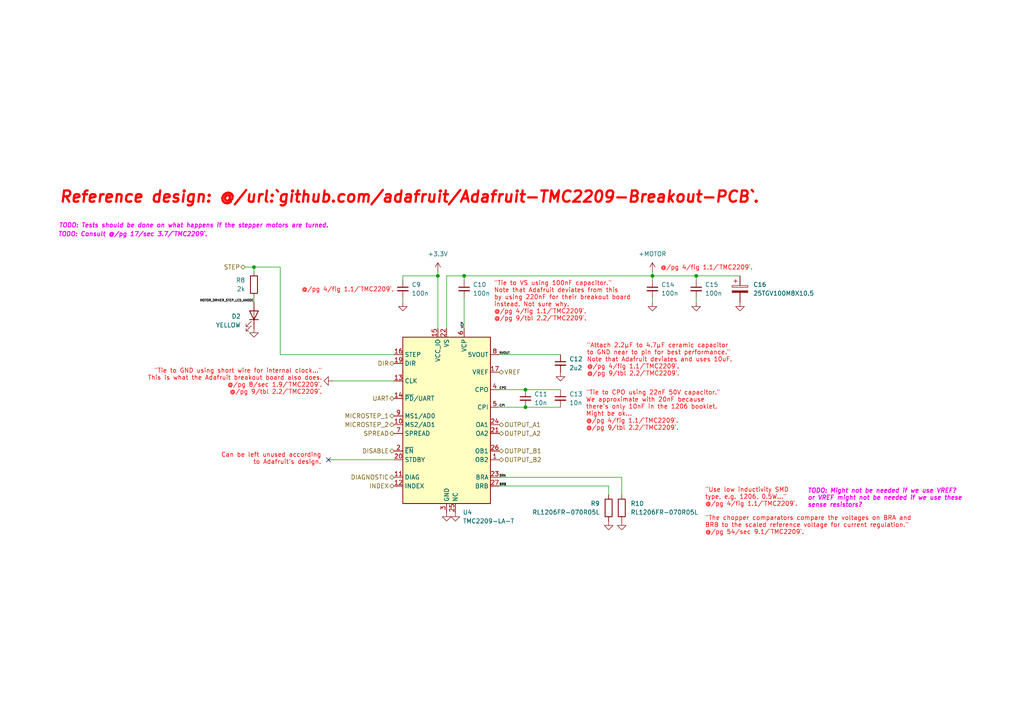
<source format=kicad_sch>
(kicad_sch (version 20250114) (generator "eeschema") (generator_version "9.0")
  (paper "A4")
  (lib_symbols
    (symbol "Device:C_Polarized" (pin_numbers (hide yes)) (pin_names (offset 0.254))
      (property "Reference" "C" (at 0.635 2.54 0))
      (property "Value" "C_Polarized" (at 0.635 -2.54 0))
      (symbol "C_Polarized_0_1"
        (rectangle (start -2.286 0.508) (end 2.286 1.016))
        (polyline (pts (xy -1.778 2.286) (xy -0.762 2.286)))
        (polyline (pts (xy -1.27 2.794) (xy -1.27 1.778)))
        (rectangle (start 2.286 -0.508) (end -2.286 -1.016) (fill (type outline)))
      )
      (symbol "C_Polarized_1_1"
        (pin passive line (at 0 3.81 270) (length 2.794) (name "~") (number "1"))
        (pin passive line (at 0 -3.81 90) (length 2.794) (name "~") (number "2"))
      )
    )
    (symbol "Device:C_Small" (pin_numbers (hide yes)) (pin_names (offset 0.254) (hide yes))
      (property "Reference" "C" (at 0.254 1.778 0))
      (property "Value" "C_Small" (at 0.254 -2.032 0))
      (symbol "C_Small_0_1"
        (polyline (pts (xy -1.524 0.508) (xy 1.524 0.508)) (stroke (width 0.3048)))
        (polyline (pts (xy -1.524 -0.508) (xy 1.524 -0.508)) (stroke (width 0.3302)))
      )
      (symbol "C_Small_1_1"
        (pin passive line (at 0 2.54 270) (length 2.032) (name "~") (number "1"))
        (pin passive line (at 0 -2.54 90) (length 2.032) (name "~") (number "2"))
      )
    )
    (symbol "Device:LED" (pin_numbers (hide yes)) (pin_names (offset 1.016) (hide yes))
      (property "Reference" "D" (at 0 2.54 0))
      (property "Value" "LED" (at 0 -2.54 0))
      (symbol "LED_0_1"
        (polyline (pts (xy -3.048 -0.762) (xy -4.572 -2.286) (xy -3.81 -2.286) (xy -4.572 -2.286) (xy -4.572 -1.524)))
        (polyline (pts (xy -1.778 -0.762) (xy -3.302 -2.286) (xy -2.54 -2.286) (xy -3.302 -2.286) (xy -3.302 -1.524)))
        (polyline (pts (xy -1.27 0) (xy 1.27 0)))
        (polyline (pts (xy -1.27 -1.27) (xy -1.27 1.27)) (stroke (width 0.254)))
        (polyline (pts (xy 1.27 -1.27) (xy 1.27 1.27) (xy -1.27 0) (xy 1.27 -1.27)) (stroke (width 0.254)))
      )
      (symbol "LED_1_1"
        (pin passive line (at -3.81 0 0) (length 2.54) (name "K") (number "1"))
        (pin passive line (at 3.81 0 180) (length 2.54) (name "A") (number "2"))
      )
    )
    (symbol "Device:R" (pin_numbers (hide yes)) (pin_names (offset 0))
      (property "Reference" "R" (at 2.032 0 90))
      (property "Value" "R" (at 0 0 90))
      (symbol "R_0_1"
        (rectangle (start -1.016 -2.54) (end 1.016 2.54) (stroke (width 0.254)))
      )
      (symbol "R_1_1"
        (pin passive line (at 0 3.81 270) (length 1.27) (name "~") (number "1"))
        (pin passive line (at 0 -3.81 90) (length 1.27) (name "~") (number "2"))
      )
    )
    (symbol "Driver_Motor:TMC2209-LA"
      (property "Reference" "U" (at -11.684 26.924 0))
      (property "Value" "TMC2209-LA" (at 13.208 26.924 0))
      (symbol "TMC2209-LA_0_1"
        (rectangle (start -12.7 25.4) (end 12.7 -22.86) (stroke (width 0.254)) (fill (type background)))
      )
      (symbol "TMC2209-LA_1_1"
        (pin input line (at -15.24 20.32 0) (length 2.54) (name "STEP") (number "16"))
        (pin input line (at -15.24 17.78 0) (length 2.54) (name "DIR") (number "19"))
        (pin input line (at -15.24 12.7 0) (length 2.54) (name "CLK") (number "13"))
        (pin bidirectional line (at -15.24 7.62 0) (length 2.54) (name "~{PD}/UART") (number "14"))
        (pin input line (at -15.24 2.54 0) (length 2.54) (name "MS1/AD0") (number "9"))
        (pin input line (at -15.24 0 0) (length 2.54) (name "MS2/AD1") (number "10"))
        (pin input line (at -15.24 -2.54 0) (length 2.54) (name "SPREAD") (number "7"))
        (pin input line (at -15.24 -7.62 0) (length 2.54) (name "~{EN}") (number "2"))
        (pin input line (at -15.24 -10.16 0) (length 2.54) (name "STDBY") (number "20"))
        (pin output line (at -15.24 -15.24 0) (length 2.54) (name "DIAG") (number "11"))
        (pin output line (at -15.24 -17.78 0) (length 2.54) (name "INDEX") (number "12"))
        (pin power_in line (at -2.54 27.94 270) (length 2.54) (name "VCC_IO") (number "15"))
        (pin power_in line (at 0 27.94 270) (length 2.54) (name "VS") (number "22"))
        (pin passive line (at 0 27.94 270) (length 2.54) (hide yes) (name "VS") (number "28"))
        (pin passive line (at 0 -25.4 90) (length 2.54) (hide yes) (name "GND") (number "18"))
        (pin passive line (at 0 -25.4 90) (length 2.54) (hide yes) (name "GND") (number "29"))
        (pin power_in line (at 0 -25.4 90) (length 2.54) (name "GND") (number "3"))
        (pin passive line (at 2.54 -25.4 90) (length 2.54) (name "NC") (number "25"))
        (pin output line (at 5.08 27.94 270) (length 2.54) (name "VCP") (number "6"))
        (pin power_out line (at 15.24 20.32 180) (length 2.54) (name "5VOUT") (number "8"))
        (pin passive line (at 15.24 15.24 180) (length 2.54) (name "VREF") (number "17"))
        (pin input line (at 15.24 10.16 180) (length 2.54) (name "CPO") (number "4"))
        (pin input line (at 15.24 5.08 180) (length 2.54) (name "CPI") (number "5"))
        (pin output line (at 15.24 0 180) (length 2.54) (name "OA1") (number "24"))
        (pin output line (at 15.24 -2.54 180) (length 2.54) (name "OA2") (number "21"))
        (pin output line (at 15.24 -7.62 180) (length 2.54) (name "OB1") (number "26"))
        (pin output line (at 15.24 -10.16 180) (length 2.54) (name "OB2") (number "1"))
        (pin input line (at 15.24 -15.24 180) (length 2.54) (name "BRA") (number "23"))
        (pin input line (at 15.24 -17.78 180) (length 2.54) (name "BRB") (number "27"))
      )
    )
    (symbol "power:+3.3V" (power) (pin_numbers (hide yes)) (pin_names (offset 0) (hide yes))
      (property "Value" "+3.3V" (at 0 3.556 0))
      (symbol "+3.3V_0_1"
        (polyline (pts (xy -0.762 1.27) (xy 0 2.54)))
        (polyline (pts (xy 0 2.54) (xy 0.762 1.27)))
        (polyline (pts (xy 0 0) (xy 0 2.54)))
      )
      (symbol "+3.3V_1_1"
        (pin power_in line (at 0 0 90) (length 0) (name "~") (number "1"))
      )
    )
    (symbol "power:+BATT" (power) (pin_numbers (hide yes)) (pin_names (offset 0) (hide yes))
      (property "Value" "+BATT" (at 0 3.556 0))
      (symbol "+BATT_0_1"
        (polyline (pts (xy -0.762 1.27) (xy 0 2.54)))
        (polyline (pts (xy 0 2.54) (xy 0.762 1.27)))
        (polyline (pts (xy 0 0) (xy 0 2.54)))
      )
      (symbol "+BATT_1_1"
        (pin power_in line (at 0 0 90) (length 0) (name "~") (number "1"))
      )
    )
    (symbol "power:GND" (power) (pin_numbers (hide yes)) (pin_names (offset 0) (hide yes))
      (property "Value" "GND" (at 0 -3.81 0))
      (symbol "GND_0_1"
        (polyline (pts (xy 0 0) (xy 0 -1.27) (xy 1.27 -1.27) (xy 0 -2.54) (xy -1.27 -1.27) (xy 0 -1.27)))
      )
      (symbol "GND_1_1"
        (pin power_in line (at 0 0 270) (length 0) (name "~") (number "1"))
      )
    )
  )
  (text "\"Use low inductivity SMD\ntype, e.g. 1206, 0.5W...\"\n@/pg 4/fig 1.1/`TMC2209`.\n\n\"The chopper comparators compare the voltages on BRA and\nBRB to the scaled reference voltage for current regulation.\"\n@/pg 54/sec 9.1/`TMC2209`." (at 204.47 148.336 0) (effects (font (size 1.27 1.27) (thickness 0.1588)) (justify left)))
  (text "TODO: Tests should be done on what happens if the stepper motors are turned." (at 17.018 65.532 0) (effects (font (size 1.27 1.27) (thickness 0.254) (bold yes) (italic yes)) (justify left)))
  (text "\"Tie to VS using 100nF capacitor.\"\nNote that Adafruit deviates from this\nby using 220nF for their breakout board\ninstead. Not sure why.\n@/pg 4/fig 1.1/`TMC2209`.\n@/pg 9/tbl 2.2/`TMC2209`." (at 143.256 81.534 0) (effects (font (size 1.27 1.27) (thickness 0.1588)) (justify left top)))
  (text "\"Tie to CPO using 22nF 50V capacitor.\"\nWe approximate with 20nF because\nthere's only 10nF in the 1206 booklet.\nMight be ok...\n@/pg 4/fig 1.1/`TMC2209`.\n@/pg 9/tbl 2.2/`TMC2209`." (at 169.926 119.126 0) (effects (font (size 1.27 1.27) (thickness 0.1588)) (justify left)))
  (text "@/pg 4/fig 1.1/`TMC2209`." (at 191.516 78.486 0) (effects (font (size 1.27 1.27) (thickness 0.1588)) (justify left bottom)))
  (text "@/pg 4/fig 1.1/`TMC2209`." (at 114.3 84.836 0) (effects (font (size 1.27 1.27) (thickness 0.1588)) (justify right bottom)))
  (text "Reference design: @/url:`github.com/adafruit/Adafruit-TMC2209-Breakout-PCB`." (at 17.018 59.182 0) (effects (font (size 3.2512 3.2512) (thickness 0.6502) (bold yes) (italic yes)) (justify left bottom)))
  (text "TODO: Might not be needed if we use VREF?\nor VREF might not be needed if we use these\nsense resistors?" (at 234.188 144.526 0) (effects (font (size 1.27 1.27) (thickness 0.254) (bold yes) (italic yes)) (justify left)))
  (text "\"Attach 2.2μF to 4.7μF ceramic capacitor\nto GND near to pin for best performance.\"\nNote that Adafruit deviates and uses 10uF.\n@/pg 4/fig 1.1/`TMC2209`.\n@/pg 9/tbl 2.2/`TMC2209`." (at 170.18 99.568 0) (effects (font (size 1.27 1.27) (thickness 0.1588)) (justify left top)))
  (text "\"Tie to GND using short wire for internal clock...\"\nThis is what the Adafruit breakout board also does.\n@/pg 8/sec 1.9/`TMC2209`.\n@/pg 9/tbl 2.2/`TMC2209`." (at 93.472 110.744 0) (effects (font (size 1.27 1.27) (thickness 0.1588)) (justify right)))
  (text "TODO: Consult @/pg 17/sec 3.7/`TMC2209`." (at 16.764 68.072 0) (effects (font (size 1.27 1.27) (thickness 0.254) (bold yes) (italic yes)) (justify left)))
  (text "Can be left unused according\nto Adafruit's design." (at 93.218 133.096 0) (effects (font (size 1.27 1.27) (thickness 0.1588)) (justify right)))
  (junction (at 134.62 80.01))
  (junction (at 189.23 80.01))
  (junction (at 127 80.01))
  (junction (at 152.4 113.03))
  (junction (at 73.66 77.47))
  (junction (at 152.4 118.11))
  (junction (at 201.93 80.01))
  (no_connect (at 95.25 133.35))
  (wire (pts (xy 152.4 118.11) (xy 162.56 118.11)))
  (wire (pts (xy 189.23 81.28) (xy 189.23 80.01)))
  (wire (pts (xy 201.93 87.63) (xy 201.93 86.36)))
  (wire (pts (xy 73.66 78.74) (xy 73.66 77.47)))
  (wire (pts (xy 73.66 87.63) (xy 73.66 86.36)))
  (wire (pts (xy 201.93 80.01) (xy 214.63 80.01)))
  (wire (pts (xy 96.52 110.49) (xy 114.3 110.49)))
  (wire (pts (xy 180.34 138.43) (xy 180.34 143.51)))
  (wire (pts (xy 81.28 102.87) (xy 114.3 102.87)))
  (wire (pts (xy 116.84 80.01) (xy 127 80.01)))
  (wire (pts (xy 129.54 80.01) (xy 129.54 95.25)))
  (wire (pts (xy 116.84 87.63) (xy 116.84 86.36)))
  (wire (pts (xy 71.12 77.47) (xy 73.66 77.47)))
  (wire (pts (xy 134.62 80.01) (xy 189.23 80.01)))
  (wire (pts (xy 189.23 87.63) (xy 189.23 86.36)))
  (wire (pts (xy 144.78 102.87) (xy 162.56 102.87)))
  (wire (pts (xy 144.78 113.03) (xy 152.4 113.03)))
  (wire (pts (xy 201.93 81.28) (xy 201.93 80.01)))
  (wire (pts (xy 134.62 81.28) (xy 134.62 80.01)))
  (wire (pts (xy 144.78 138.43) (xy 180.34 138.43)))
  (wire (pts (xy 189.23 78.74) (xy 189.23 80.01)))
  (wire (pts (xy 134.62 86.36) (xy 134.62 95.25)))
  (wire (pts (xy 116.84 80.01) (xy 116.84 81.28)))
  (wire (pts (xy 144.78 140.97) (xy 176.53 140.97)))
  (wire (pts (xy 127 80.01) (xy 127 95.25)))
  (wire (pts (xy 73.66 77.47) (xy 81.28 77.47)))
  (wire (pts (xy 144.78 118.11) (xy 152.4 118.11)))
  (wire (pts (xy 189.23 80.01) (xy 201.93 80.01)))
  (wire (pts (xy 95.25 133.35) (xy 114.3 133.35)))
  (wire (pts (xy 127 80.01) (xy 127 78.74)))
  (wire (pts (xy 129.54 80.01) (xy 134.62 80.01)))
  (wire (pts (xy 152.4 113.03) (xy 162.56 113.03)))
  (wire (pts (xy 81.28 77.47) (xy 81.28 102.87)))
  (wire (pts (xy 176.53 140.97) (xy 176.53 143.51)))
  (label "BRB" (at 144.78 140.97 0) (effects (font (size 0.635 0.635))))
  (label "VCP" (at 134.62 95.25 90) (effects (font (size 0.635 0.635))))
  (label "MOTOR_DRIVER_STEP_LED_ANODE" (at 73.66 87.63 180) (effects (font (size 0.635 0.635))))
  (label "5VOUT" (at 144.78 102.87 0) (effects (font (size 0.635 0.635))))
  (label "BRA" (at 144.78 138.43 0) (effects (font (size 0.635 0.635))))
  (label "CPI" (at 144.78 118.11 0) (effects (font (size 0.635 0.635))))
  (label "CPO" (at 144.78 113.03 0) (effects (font (size 0.635 0.635))))
  (hierarchical_label "DIR" (shape bidirectional) (at 114.3 105.41 180))
  (hierarchical_label "DIAGNOSTIC" (shape bidirectional) (at 114.3 138.43 180))
  (hierarchical_label "OUTPUT_B1" (shape bidirectional) (at 144.78 130.81 0))
  (hierarchical_label "MICROSTEP_1" (shape bidirectional) (at 114.3 120.65 180))
  (hierarchical_label "UART" (shape bidirectional) (at 114.3 115.57 180))
  (hierarchical_label "OUTPUT_B2" (shape bidirectional) (at 144.78 133.35 0))
  (hierarchical_label "STEP" (shape bidirectional) (at 71.12 77.47 180))
  (hierarchical_label "OUTPUT_A2" (shape bidirectional) (at 144.78 125.73 0))
  (hierarchical_label "INDEX" (shape bidirectional) (at 114.3 140.97 180))
  (hierarchical_label "SPREAD" (shape bidirectional) (at 114.3 125.73 180))
  (hierarchical_label "DISABLE" (shape bidirectional) (at 114.3 130.81 180))
  (hierarchical_label "VREF" (shape bidirectional) (at 144.78 107.95 0))
  (hierarchical_label "OUTPUT_A1" (shape bidirectional) (at 144.78 123.19 0))
  (hierarchical_label "MICROSTEP_2" (shape bidirectional) (at 114.3 123.19 180))
  (symbol (lib_id "Device:C_Small") (at 152.4 115.57 0) (unit 1)
    (property "Reference" "C3" (at 154.94 114.3062 0) (effects (justify left)))
    (property "Value" "10n" (at 154.94 116.8462 0) (effects (justify left)))
    (property "Footprint" "Capacitor_SMD:C_1206_3216Metric_Pad1.33x1.80mm_HandSolder" (effects (hide yes)))
    (property "Description" "Unpolarized capacitor, small symbol" (effects (hide yes)))
    (instances (project "PowerDistributionSystem" (path "" (reference "C11") (unit 1)) (path "" (reference "C19") (unit 1)) (path "" (reference "C3") (unit 1))))
  )
  (symbol (lib_id "Device:C_Small") (at 116.84 83.82 0) (unit 1)
    (property "Reference" "C1" (at 119.38 82.5562 0) (effects (justify left)))
    (property "Value" "100n" (at 119.38 85.0962 0) (effects (justify left)))
    (property "Footprint" "Capacitor_SMD:C_1206_3216Metric_Pad1.33x1.80mm_HandSolder" (effects (hide yes)))
    (property "Description" "Unpolarized capacitor, small symbol" (effects (hide yes)))
    (instances (project "PowerDistributionSystem" (path "" (reference "C9") (unit 1)) (path "" (reference "C17") (unit 1)) (path "" (reference "C1") (unit 1))))
  )
  (symbol (lib_id "Device:C_Small") (at 162.56 115.57 0) (unit 1)
    (property "Reference" "C5" (at 165.1 114.3062 0) (effects (justify left)))
    (property "Value" "10n" (at 165.1 116.8462 0) (effects (justify left)))
    (property "Footprint" "Capacitor_SMD:C_1206_3216Metric_Pad1.33x1.80mm_HandSolder" (effects (hide yes)))
    (property "Description" "Unpolarized capacitor, small symbol" (effects (hide yes)))
    (instances (project "PowerDistributionSystem" (path "" (reference "C13") (unit 1)) (path "" (reference "C21") (unit 1)) (path "" (reference "C5") (unit 1))))
  )
  (symbol (lib_id "Device:R") (at 176.53 147.32 0) (mirror x) (unit 1)
    (property "Reference" "R6" (at 173.99 146.0499 0) (effects (justify right)))
    (property "Value" "RL1206FR-070R05L" (at 173.99 148.5899 0) (effects (justify right)))
    (property "Footprint" "Resistor_SMD:R_1206_3216Metric_Pad1.30x1.75mm_HandSolder" (effects (hide yes)))
    (property "Description" "Resistor" (effects (hide yes)))
    (instances (project "PowerDistributionSystem" (path "" (reference "R9") (unit 1)) (path "" (reference "R12") (unit 1)) (path "" (reference "R6") (unit 1))))
  )
  (symbol (lib_id "power:GND") (at 214.63 87.63 0) (unit 1)
    (property "Reference" "#PWR040" (effects (hide yes)))
    (property "Value" "GND" (effects (hide yes)))
    (property "Description" "Power symbol creates a global label with name \"GND\" , ground" (effects (hide yes)))
    (instances (project "PowerDistributionSystem" (path "" (reference "#PWR053") (unit 1)) (path "" (reference "#PWR066") (unit 1)) (path "" (reference "#PWR040") (unit 1))))
  )
  (symbol (lib_id "Device:LED") (at 73.66 91.44 270) (mirror x) (unit 1)
    (property "Reference" "D1" (at 69.85 91.7574 90) (effects (justify right)))
    (property "Value" "YELLOW" (at 69.85 94.2974 90) (effects (justify right)))
    (property "Footprint" "LED_SMD:LED_1206_3216Metric_Pad1.42x1.75mm_HandSolder" (effects (hide yes)))
    (property "Description" "Light emitting diode" (effects (hide yes)))
    (property "Sim.Pins" "1=K 2=A" (effects (hide yes)))
    (instances (project "PowerDistributionSystem" (path "" (reference "D2") (unit 1)) (path "" (reference "D3") (unit 1)) (path "" (reference "D1") (unit 1))))
  )
  (symbol (lib_id "power:GND") (at 201.93 87.63 0) (unit 1)
    (property "Reference" "#PWR039" (effects (hide yes)))
    (property "Value" "GND" (effects (hide yes)))
    (property "Description" "Power symbol creates a global label with name \"GND\" , ground" (effects (hide yes)))
    (instances (project "PowerDistributionSystem" (path "" (reference "#PWR052") (unit 1)) (path "" (reference "#PWR065") (unit 1)) (path "" (reference "#PWR039") (unit 1))))
  )
  (symbol (lib_id "Device:R") (at 73.66 82.55 0) (mirror x) (unit 1)
    (property "Reference" "R5" (at 71.12 81.2799 0) (effects (justify right)))
    (property "Value" "2k" (at 71.12 83.8199 0) (effects (justify right)))
    (property "Footprint" "Resistor_SMD:R_1206_3216Metric_Pad1.30x1.75mm_HandSolder" (effects (hide yes)))
    (property "Description" "Resistor" (effects (hide yes)))
    (instances (project "PowerDistributionSystem" (path "" (reference "R8") (unit 1)) (path "" (reference "R11") (unit 1)) (path "" (reference "R5") (unit 1))))
  )
  (symbol (lib_id "power:+3.3V") (at 127 78.74 0) (unit 1)
    (property "Reference" "#PWR031" (effects (hide yes)))
    (property "Value" "+3.3V" (at 127 73.66 0))
    (property "Description" "Power symbol creates a global label with name \"+3.3V\"" (effects (hide yes)))
    (instances (project "PowerDistributionSystem" (path "" (reference "#PWR044") (unit 1)) (path "" (reference "#PWR057") (unit 1)) (path "" (reference "#PWR031") (unit 1))))
  )
  (symbol (lib_id "power:+BATT") (at 189.23 78.74 0) (unit 1)
    (property "Reference" "#PWR037" (effects (hide yes)))
    (property "Value" "+MOTOR" (at 189.23 73.66 0))
    (property "Description" "Power symbol creates a global label with name \"+BATT\"" (effects (hide yes)))
    (instances (project "PowerDistributionSystem" (path "" (reference "#PWR050") (unit 1)) (path "" (reference "#PWR063") (unit 1)) (path "" (reference "#PWR037") (unit 1))))
  )
  (symbol (lib_id "power:GND") (at 180.34 151.13 0) (unit 1)
    (property "Reference" "#PWR036" (effects (hide yes)))
    (property "Value" "GND" (effects (hide yes)))
    (property "Description" "Power symbol creates a global label with name \"GND\" , ground" (effects (hide yes)))
    (instances (project "PowerDistributionSystem" (path "" (reference "#PWR049") (unit 1)) (path "" (reference "#PWR062") (unit 1)) (path "" (reference "#PWR036") (unit 1))))
  )
  (symbol (lib_id "power:GND") (at 189.23 87.63 0) (unit 1)
    (property "Reference" "#PWR038" (effects (hide yes)))
    (property "Value" "GND" (effects (hide yes)))
    (property "Description" "Power symbol creates a global label with name \"GND\" , ground" (effects (hide yes)))
    (instances (project "PowerDistributionSystem" (path "" (reference "#PWR051") (unit 1)) (path "" (reference "#PWR064") (unit 1)) (path "" (reference "#PWR038") (unit 1))))
  )
  (symbol (lib_id "Device:C_Polarized") (at 214.63 83.82 0) (unit 1)
    (property "Reference" "C8" (at 218.44 82.55 0) (effects (justify left)))
    (property "Value" "25TGV100M8X10.5" (at 218.44 85.09 0) (effects (justify left)))
    (property "Footprint" "Capacitor_SMD:CP_Elec_8x10.5" (effects (hide yes)))
    (property "Description" "Polarized capacitor" (effects (hide yes)))
    (instances (project "PowerDistributionSystem" (path "" (reference "C16") (unit 1)) (path "" (reference "C24") (unit 1)) (path "" (reference "C8") (unit 1))))
  )
  (symbol (lib_id "power:GND") (at 162.56 107.95 0) (unit 1)
    (property "Reference" "#PWR034" (effects (hide yes)))
    (property "Value" "GND" (effects (hide yes)))
    (property "Description" "Power symbol creates a global label with name \"GND\" , ground" (effects (hide yes)))
    (instances (project "PowerDistributionSystem" (path "" (reference "#PWR047") (unit 1)) (path "" (reference "#PWR060") (unit 1)) (path "" (reference "#PWR034") (unit 1))))
  )
  (symbol (lib_id "Device:C_Small") (at 201.93 83.82 0) (unit 1)
    (property "Reference" "C7" (at 204.47 82.5562 0) (effects (justify left)))
    (property "Value" "100n" (at 204.47 85.0962 0) (effects (justify left)))
    (property "Footprint" "Capacitor_SMD:C_1206_3216Metric_Pad1.33x1.80mm_HandSolder" (effects (hide yes)))
    (property "Description" "Unpolarized capacitor, small symbol" (effects (hide yes)))
    (instances (project "PowerDistributionSystem" (path "" (reference "C15") (unit 1)) (path "" (reference "C23") (unit 1)) (path "" (reference "C7") (unit 1))))
  )
  (symbol (lib_id "Device:C_Small") (at 189.23 83.82 0) (unit 1)
    (property "Reference" "C6" (at 191.77 82.5562 0) (effects (justify left)))
    (property "Value" "100n" (at 191.77 85.0962 0) (effects (justify left)))
    (property "Footprint" "Capacitor_SMD:C_1206_3216Metric_Pad1.33x1.80mm_HandSolder" (effects (hide yes)))
    (property "Description" "Unpolarized capacitor, small symbol" (effects (hide yes)))
    (instances (project "PowerDistributionSystem" (path "" (reference "C14") (unit 1)) (path "" (reference "C22") (unit 1)) (path "" (reference "C6") (unit 1))))
  )
  (symbol (lib_id "power:GND") (at 73.66 95.25 0) (unit 1)
    (property "Reference" "#PWR028" (effects (hide yes)))
    (property "Value" "GND" (effects (hide yes)))
    (property "Description" "Power symbol creates a global label with name \"GND\" , ground" (effects (hide yes)))
    (instances (project "PowerDistributionSystem" (path "" (reference "#PWR041") (unit 1)) (path "" (reference "#PWR054") (unit 1)) (path "" (reference "#PWR028") (unit 1))))
  )
  (symbol (lib_id "power:GND") (at 132.08 148.59 0) (unit 1)
    (property "Reference" "#PWR033" (effects (hide yes)))
    (property "Value" "GND" (effects (hide yes)))
    (property "Description" "Power symbol creates a global label with name \"GND\" , ground" (effects (hide yes)))
    (instances (project "PowerDistributionSystem" (path "" (reference "#PWR046") (unit 1)) (path "" (reference "#PWR059") (unit 1)) (path "" (reference "#PWR033") (unit 1))))
  )
  (symbol (lib_id "power:GND") (at 129.54 148.59 0) (unit 1)
    (property "Reference" "#PWR032" (effects (hide yes)))
    (property "Value" "GND" (effects (hide yes)))
    (property "Description" "Power symbol creates a global label with name \"GND\" , ground" (effects (hide yes)))
    (instances (project "PowerDistributionSystem" (path "" (reference "#PWR045") (unit 1)) (path "" (reference "#PWR058") (unit 1)) (path "" (reference "#PWR032") (unit 1))))
  )
  (symbol (lib_id "Driver_Motor:TMC2209-LA") (at 129.54 123.19 0) (unit 1)
    (property "Reference" "U3" (at 134.2233 148.59 0) (effects (justify left)))
    (property "Value" "TMC2209-LA-T" (at 134.2233 151.13 0) (effects (justify left)))
    (property "Footprint" "Package_DFN_QFN:VQFN-28-1EP_5x5mm_P0.5mm_EP3.7x3.7mm_ThermalVias" (effects (hide yes)))
    (property "Datasheet" "https://www.analog.com/media/en/technical-documentation/data-sheets/TMC2209_datasheet_rev1.09.pdf" (effects (hide yes)))
    (property "Description" "2-phase stepper motor driver, 256 µSteps, 2.8A peak, 2.0A RMS, VS = 4.75..29V, STEP/DIR and UART interface, VQFN-28" (effects (hide yes)))
    (instances (project "PowerDistributionSystem" (path "" (reference "U4") (unit 1)) (path "" (reference "U5") (unit 1)) (path "" (reference "U3") (unit 1))))
  )
  (symbol (lib_id "Device:C_Small") (at 162.56 105.41 0) (unit 1)
    (property "Reference" "C4" (at 165.1 104.1462 0) (effects (justify left)))
    (property "Value" "2u2" (at 165.1 106.6862 0) (effects (justify left)))
    (property "Footprint" "Capacitor_SMD:C_1206_3216Metric_Pad1.33x1.80mm_HandSolder" (effects (hide yes)))
    (property "Description" "Unpolarized capacitor, small symbol" (effects (hide yes)))
    (instances (project "PowerDistributionSystem" (path "" (reference "C12") (unit 1)) (path "" (reference "C20") (unit 1)) (path "" (reference "C4") (unit 1))))
  )
  (symbol (lib_id "Device:R") (at 180.34 147.32 180) (unit 1)
    (property "Reference" "R7" (at 182.88 146.0499 0) (effects (justify right)))
    (property "Value" "RL1206FR-070R05L" (at 182.88 148.5899 0) (effects (justify right)))
    (property "Footprint" "Resistor_SMD:R_1206_3216Metric_Pad1.30x1.75mm_HandSolder" (effects (hide yes)))
    (property "Description" "Resistor" (effects (hide yes)))
    (instances (project "PowerDistributionSystem" (path "" (reference "R10") (unit 1)) (path "" (reference "R13") (unit 1)) (path "" (reference "R7") (unit 1))))
  )
  (symbol (lib_id "power:GND") (at 96.52 110.49 270) (unit 1)
    (property "Reference" "#PWR029" (effects (hide yes)))
    (property "Value" "GND" (effects (hide yes)))
    (property "Description" "Power symbol creates a global label with name \"GND\" , ground" (effects (hide yes)))
    (instances (project "PowerDistributionSystem" (path "" (reference "#PWR042") (unit 1)) (path "" (reference "#PWR055") (unit 1)) (path "" (reference "#PWR029") (unit 1))))
  )
  (symbol (lib_id "power:GND") (at 116.84 87.63 0) (unit 1)
    (property "Reference" "#PWR030" (effects (hide yes)))
    (property "Value" "GND" (effects (hide yes)))
    (property "Description" "Power symbol creates a global label with name \"GND\" , ground" (effects (hide yes)))
    (instances (project "PowerDistributionSystem" (path "" (reference "#PWR043") (unit 1)) (path "" (reference "#PWR056") (unit 1)) (path "" (reference "#PWR030") (unit 1))))
  )
  (symbol (lib_id "power:GND") (at 176.53 151.13 0) (unit 1)
    (property "Reference" "#PWR035" (effects (hide yes)))
    (property "Value" "GND" (effects (hide yes)))
    (property "Description" "Power symbol creates a global label with name \"GND\" , ground" (effects (hide yes)))
    (instances (project "PowerDistributionSystem" (path "" (reference "#PWR048") (unit 1)) (path "" (reference "#PWR061") (unit 1)) (path "" (reference "#PWR035") (unit 1))))
  )
  (symbol (lib_id "Device:C_Small") (at 134.62 83.82 0) (unit 1)
    (property "Reference" "C2" (at 137.16 82.5562 0) (effects (justify left)))
    (property "Value" "100n" (at 137.16 85.0962 0) (effects (justify left)))
    (property "Footprint" "Capacitor_SMD:C_1206_3216Metric_Pad1.33x1.80mm_HandSolder" (effects (hide yes)))
    (property "Description" "Unpolarized capacitor, small symbol" (effects (hide yes)))
    (instances (project "PowerDistributionSystem" (path "" (reference "C10") (unit 1)) (path "" (reference "C18") (unit 1)) (path "" (reference "C2") (unit 1))))
  )
)
</source>
